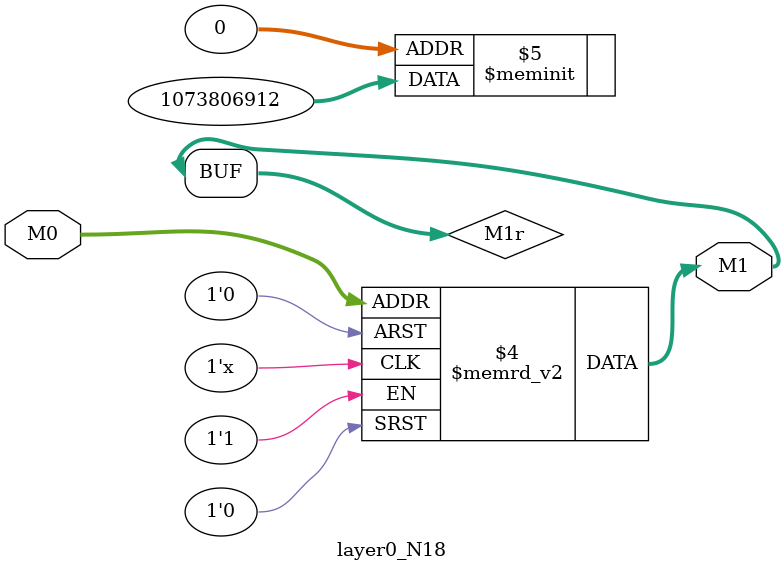
<source format=v>
module layer0_N18 ( input [3:0] M0, output [1:0] M1 );

	(*rom_style = "distributed" *) reg [1:0] M1r;
	assign M1 = M1r;
	always @ (M0) begin
		case (M0)
			4'b0000: M1r = 2'b00;
			4'b1000: M1r = 2'b00;
			4'b0100: M1r = 2'b10;
			4'b1100: M1r = 2'b00;
			4'b0010: M1r = 2'b00;
			4'b1010: M1r = 2'b00;
			4'b0110: M1r = 2'b11;
			4'b1110: M1r = 2'b00;
			4'b0001: M1r = 2'b00;
			4'b1001: M1r = 2'b00;
			4'b0101: M1r = 2'b11;
			4'b1101: M1r = 2'b00;
			4'b0011: M1r = 2'b01;
			4'b1011: M1r = 2'b00;
			4'b0111: M1r = 2'b11;
			4'b1111: M1r = 2'b01;

		endcase
	end
endmodule

</source>
